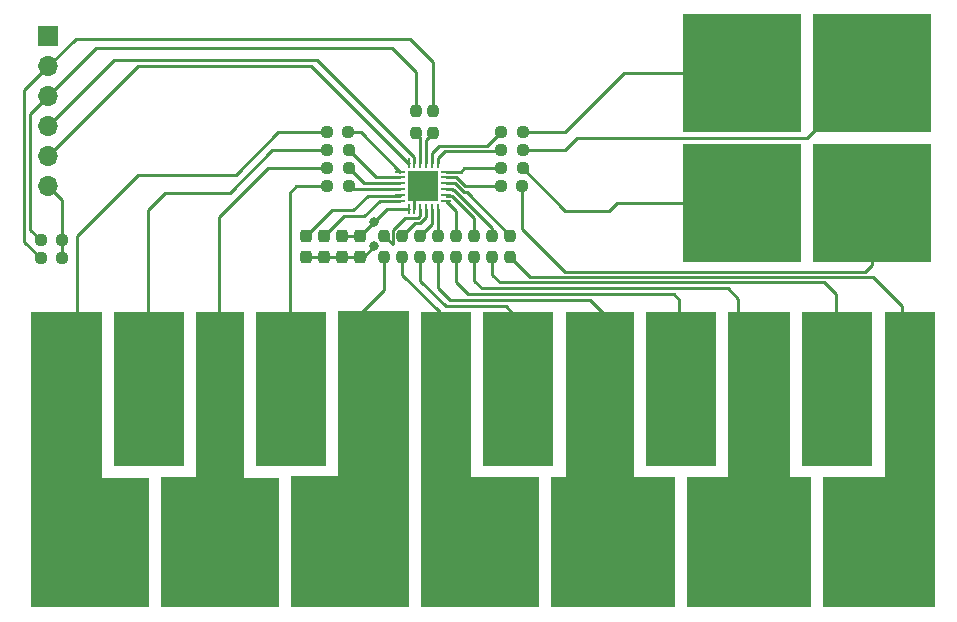
<source format=gtl>
%TF.GenerationSoftware,KiCad,Pcbnew,7.0.5*%
%TF.CreationDate,2025-04-23T02:04:11+08:00*%
%TF.ProjectId,touch-test-board,746f7563-682d-4746-9573-742d626f6172,rev?*%
%TF.SameCoordinates,Original*%
%TF.FileFunction,Copper,L1,Top*%
%TF.FilePolarity,Positive*%
%FSLAX46Y46*%
G04 Gerber Fmt 4.6, Leading zero omitted, Abs format (unit mm)*
G04 Created by KiCad (PCBNEW 7.0.5) date 2025-04-23 02:04:11*
%MOMM*%
%LPD*%
G01*
G04 APERTURE LIST*
G04 Aperture macros list*
%AMRoundRect*
0 Rectangle with rounded corners*
0 $1 Rounding radius*
0 $2 $3 $4 $5 $6 $7 $8 $9 X,Y pos of 4 corners*
0 Add a 4 corners polygon primitive as box body*
4,1,4,$2,$3,$4,$5,$6,$7,$8,$9,$2,$3,0*
0 Add four circle primitives for the rounded corners*
1,1,$1+$1,$2,$3*
1,1,$1+$1,$4,$5*
1,1,$1+$1,$6,$7*
1,1,$1+$1,$8,$9*
0 Add four rect primitives between the rounded corners*
20,1,$1+$1,$2,$3,$4,$5,0*
20,1,$1+$1,$4,$5,$6,$7,0*
20,1,$1+$1,$6,$7,$8,$9,0*
20,1,$1+$1,$8,$9,$2,$3,0*%
%AMFreePoly0*
4,1,7,2.000000,3.000000,6.000000,3.000000,6.000000,-8.000000,-4.000000,-8.000000,-4.000000,17.000000,2.000000,17.000000,2.000000,3.000000,2.000000,3.000000,$1*%
%AMFreePoly1*
4,1,9,2.000000,5.957574,5.000000,5.957574,5.000000,-5.000000,-5.000000,-5.000000,-5.000000,6.000000,-2.000000,6.000000,-2.000000,20.000000,2.000000,20.000000,2.000000,5.957574,2.000000,5.957574,$1*%
%AMFreePoly2*
4,1,7,5.000000,-5.060000,-5.000000,-5.060000,-5.000000,6.000000,-1.000000,6.000000,-1.000000,19.940000,5.000000,19.940000,5.000000,-5.060000,5.000000,-5.060000,$1*%
%AMFreePoly3*
4,1,7,-2.250000,6.000000,3.500000,6.000000,3.500000,-5.000000,-6.500000,-5.000000,-6.500000,20.000000,-2.250000,20.000000,-2.250000,6.000000,-2.250000,6.000000,$1*%
%AMFreePoly4*
4,1,9,2.500000,7.000000,6.000000,7.000000,6.000000,-4.000000,-4.500000,-4.000000,-4.500000,7.000000,-3.250000,7.000000,-3.250000,21.000000,2.500000,21.000000,2.500000,7.000000,2.500000,7.000000,$1*%
%AMFreePoly5*
4,1,9,4.250000,7.000000,6.000000,7.000000,6.000000,-4.000000,-4.500000,-4.000000,-4.500000,7.000000,-1.000000,7.000000,-1.000000,21.000000,4.250000,21.000000,4.250000,7.000000,4.250000,7.000000,$1*%
%AMFreePoly6*
4,1,7,5.000000,-4.000000,-4.500000,-4.000000,-4.500000,7.000000,0.750000,7.000000,0.750000,21.000000,5.000000,21.000000,5.000000,-4.000000,5.000000,-4.000000,$1*%
G04 Aperture macros list end*
%TA.AperFunction,SMDPad,CuDef*%
%ADD10RoundRect,0.237500X0.237500X-0.250000X0.237500X0.250000X-0.237500X0.250000X-0.237500X-0.250000X0*%
%TD*%
%TA.AperFunction,SMDPad,CuDef*%
%ADD11RoundRect,0.237500X-0.237500X0.300000X-0.237500X-0.300000X0.237500X-0.300000X0.237500X0.300000X0*%
%TD*%
%TA.AperFunction,ConnectorPad*%
%ADD12FreePoly0,0.000000*%
%TD*%
%TA.AperFunction,ConnectorPad*%
%ADD13R,6.000000X13.000000*%
%TD*%
%TA.AperFunction,ConnectorPad*%
%ADD14FreePoly1,0.000000*%
%TD*%
%TA.AperFunction,ConnectorPad*%
%ADD15FreePoly2,0.000000*%
%TD*%
%TA.AperFunction,ConnectorPad*%
%ADD16FreePoly3,0.000000*%
%TD*%
%TA.AperFunction,ConnectorPad*%
%ADD17FreePoly4,0.000000*%
%TD*%
%TA.AperFunction,ConnectorPad*%
%ADD18FreePoly5,0.000000*%
%TD*%
%TA.AperFunction,ConnectorPad*%
%ADD19FreePoly6,0.000000*%
%TD*%
%TA.AperFunction,SMDPad,CuDef*%
%ADD20RoundRect,0.237500X-0.250000X-0.237500X0.250000X-0.237500X0.250000X0.237500X-0.250000X0.237500X0*%
%TD*%
%TA.AperFunction,SMDPad,CuDef*%
%ADD21RoundRect,0.237500X0.250000X0.237500X-0.250000X0.237500X-0.250000X-0.237500X0.250000X-0.237500X0*%
%TD*%
%TA.AperFunction,SMDPad,CuDef*%
%ADD22RoundRect,0.062500X-0.350000X-0.062500X0.350000X-0.062500X0.350000X0.062500X-0.350000X0.062500X0*%
%TD*%
%TA.AperFunction,SMDPad,CuDef*%
%ADD23RoundRect,0.062500X-0.062500X-0.350000X0.062500X-0.350000X0.062500X0.350000X-0.062500X0.350000X0*%
%TD*%
%TA.AperFunction,SMDPad,CuDef*%
%ADD24R,2.600000X2.600000*%
%TD*%
%TA.AperFunction,ConnectorPad*%
%ADD25R,10.000000X10.000000*%
%TD*%
%TA.AperFunction,ComponentPad*%
%ADD26R,1.700000X1.700000*%
%TD*%
%TA.AperFunction,ComponentPad*%
%ADD27O,1.700000X1.700000*%
%TD*%
%TA.AperFunction,ViaPad*%
%ADD28C,0.800000*%
%TD*%
%TA.AperFunction,Conductor*%
%ADD29C,0.250000*%
%TD*%
G04 APERTURE END LIST*
D10*
%TO.P,R9,1*%
%TO.N,/CS8*%
X145034000Y-94105500D03*
%TO.P,R9,2*%
%TO.N,Net-(U2-CS8)*%
X145034000Y-92280500D03*
%TD*%
%TO.P,R10,1*%
%TO.N,/CS9*%
X143510000Y-94105500D03*
%TO.P,R10,2*%
%TO.N,Net-(U2-CS9)*%
X143510000Y-92280500D03*
%TD*%
D11*
%TO.P,C3,1*%
%TO.N,VDD*%
X132334000Y-92330500D03*
%TO.P,C3,2*%
%TO.N,GND*%
X132334000Y-94055500D03*
%TD*%
D10*
%TO.P,R18,1*%
%TO.N,Net-(U2-SCL)*%
X137036037Y-83591500D03*
%TO.P,R18,2*%
%TO.N,/SCL*%
X137036037Y-81766500D03*
%TD*%
%TO.P,R13,1*%
%TO.N,/CS12*%
X138938000Y-94105500D03*
%TO.P,R13,2*%
%TO.N,Net-(U2-CS12)*%
X138938000Y-92280500D03*
%TD*%
D12*
%TO.P,J1,1,Pin_1*%
%TO.N,/CS0*%
X108465611Y-115742574D03*
D13*
%TO.P,J1,2,Pin_2*%
%TO.N,/CS1*%
X114465611Y-105242574D03*
D14*
%TO.P,J1,3,Pin_3*%
%TO.N,/CS2*%
X120465611Y-118742574D03*
D13*
%TO.P,J1,4,Pin_4*%
%TO.N,/CS3*%
X126465611Y-105242574D03*
D15*
%TO.P,J1,5,Pin_5*%
%TO.N,/CS15*%
X131465611Y-118682574D03*
D16*
%TO.P,J1,6,Pin_6*%
%TO.N,/CS14*%
X143965611Y-118742574D03*
D13*
%TO.P,J1,7,Pin_7*%
%TO.N,/CS13*%
X145715611Y-105242574D03*
D17*
%TO.P,J1,8,Pin_8*%
%TO.N,/CS12*%
X152965611Y-119742574D03*
D13*
%TO.P,J1,9,Pin_9*%
%TO.N,/CS11*%
X159465611Y-105242574D03*
D18*
%TO.P,J1,10,Pin_10*%
%TO.N,/CS10*%
X164465611Y-119742574D03*
D13*
%TO.P,J1,11,Pin_11*%
%TO.N,/CS9*%
X172715611Y-105242574D03*
D19*
%TO.P,J1,12,Pin_12*%
%TO.N,/CS8*%
X175965611Y-119742574D03*
%TD*%
D20*
%TO.P,R2,1*%
%TO.N,/CS1*%
X129519537Y-85065000D03*
%TO.P,R2,2*%
%TO.N,Net-(U2-CS1)*%
X131344537Y-85065000D03*
%TD*%
%TO.P,R4,1*%
%TO.N,/CS3*%
X129519537Y-88113000D03*
%TO.P,R4,2*%
%TO.N,Net-(U2-CS3)*%
X131344537Y-88113000D03*
%TD*%
D11*
%TO.P,C1,1*%
%TO.N,Net-(U2-VCC)*%
X129286000Y-92330500D03*
%TO.P,C1,2*%
%TO.N,GND*%
X129286000Y-94055500D03*
%TD*%
D21*
%TO.P,R8,1*%
%TO.N,/CS7*%
X146050000Y-88113000D03*
%TO.P,R8,2*%
%TO.N,Net-(U2-CS7)*%
X144225000Y-88113000D03*
%TD*%
%TO.P,R20,1*%
%TO.N,VDD*%
X107090574Y-94209000D03*
%TO.P,R20,2*%
%TO.N,/SDA*%
X105265574Y-94209000D03*
%TD*%
D11*
%TO.P,C2,1*%
%TO.N,Net-(U2-CMOD)*%
X127762000Y-92330500D03*
%TO.P,C2,2*%
%TO.N,GND*%
X127762000Y-94055500D03*
%TD*%
D10*
%TO.P,R17,1*%
%TO.N,Net-(U2-SDA)*%
X138501611Y-83591500D03*
%TO.P,R17,2*%
%TO.N,/SDA*%
X138501611Y-81766500D03*
%TD*%
D21*
%TO.P,R5,1*%
%TO.N,/CS4*%
X146076537Y-83541000D03*
%TO.P,R5,2*%
%TO.N,Net-(U2-CS4)*%
X144251537Y-83541000D03*
%TD*%
D22*
%TO.P,U2,1,CS0*%
%TO.N,Net-(U2-CS0)*%
X135730500Y-86863000D03*
%TO.P,U2,2,CS1*%
%TO.N,Net-(U2-CS1)*%
X135730500Y-87363000D03*
%TO.P,U2,3,CS2*%
%TO.N,Net-(U2-CS2)*%
X135730500Y-87863000D03*
%TO.P,U2,4,CS3*%
%TO.N,Net-(U2-CS3)*%
X135730500Y-88363000D03*
%TO.P,U2,5,CMOD*%
%TO.N,Net-(U2-CMOD)*%
X135730500Y-88863000D03*
%TO.P,U2,6,VCC*%
%TO.N,Net-(U2-VCC)*%
X135730500Y-89363000D03*
D23*
%TO.P,U2,7,VDD*%
%TO.N,VDD*%
X136418000Y-90050500D03*
%TO.P,U2,8,VSS*%
%TO.N,GND*%
X136918000Y-90050500D03*
%TO.P,U2,9,CS15*%
%TO.N,Net-(U2-CS15)*%
X137418000Y-90050500D03*
%TO.P,U2,10,CS14*%
%TO.N,Net-(U2-CS14)*%
X137918000Y-90050500D03*
%TO.P,U2,11,CS13*%
%TO.N,Net-(U2-CS13)*%
X138418000Y-90050500D03*
%TO.P,U2,12,CS12*%
%TO.N,Net-(U2-CS12)*%
X138918000Y-90050500D03*
D22*
%TO.P,U2,13,CS11*%
%TO.N,Net-(U2-CS11)*%
X139605500Y-89363000D03*
%TO.P,U2,14,CS10*%
%TO.N,Net-(U2-CS10)*%
X139605500Y-88863000D03*
%TO.P,U2,15,CS9*%
%TO.N,Net-(U2-CS9)*%
X139605500Y-88363000D03*
%TO.P,U2,16,CS8*%
%TO.N,Net-(U2-CS8)*%
X139605500Y-87863000D03*
%TO.P,U2,17,CS7*%
%TO.N,Net-(U2-CS7)*%
X139605500Y-87363000D03*
%TO.P,U2,18,CS6*%
%TO.N,Net-(U2-CS6)*%
X139605500Y-86863000D03*
D23*
%TO.P,U2,19,CS5*%
%TO.N,Net-(U2-CS5)*%
X138918000Y-86175500D03*
%TO.P,U2,20,CS4*%
%TO.N,Net-(U2-CS4)*%
X138418000Y-86175500D03*
%TO.P,U2,21,SDA*%
%TO.N,Net-(U2-SDA)*%
X137918000Y-86175500D03*
%TO.P,U2,22,SCL*%
%TO.N,Net-(U2-SCL)*%
X137418000Y-86175500D03*
%TO.P,U2,23,~{HI}*%
%TO.N,/HI_N*%
X136918000Y-86175500D03*
%TO.P,U2,24,~{XRES}*%
%TO.N,/RST_N*%
X136418000Y-86175500D03*
D24*
%TO.P,U2,25,EP*%
%TO.N,GND*%
X137668000Y-88113000D03*
%TD*%
D21*
%TO.P,R7,1*%
%TO.N,/CS6*%
X146076537Y-86589000D03*
%TO.P,R7,2*%
%TO.N,Net-(U2-CS6)*%
X144251537Y-86589000D03*
%TD*%
D10*
%TO.P,R14,1*%
%TO.N,/CS13*%
X137414000Y-94105500D03*
%TO.P,R14,2*%
%TO.N,Net-(U2-CS13)*%
X137414000Y-92280500D03*
%TD*%
%TO.P,R16,1*%
%TO.N,/CS15*%
X134366000Y-94105500D03*
%TO.P,R16,2*%
%TO.N,Net-(U2-CS15)*%
X134366000Y-92280500D03*
%TD*%
D20*
%TO.P,R1,1*%
%TO.N,/CS0*%
X129493000Y-83541000D03*
%TO.P,R1,2*%
%TO.N,Net-(U2-CS0)*%
X131318000Y-83541000D03*
%TD*%
D10*
%TO.P,R11,1*%
%TO.N,/CS10*%
X141986000Y-94105500D03*
%TO.P,R11,2*%
%TO.N,Net-(U2-CS10)*%
X141986000Y-92280500D03*
%TD*%
D11*
%TO.P,C4,1*%
%TO.N,VDD*%
X130810000Y-92330500D03*
%TO.P,C4,2*%
%TO.N,GND*%
X130810000Y-94055500D03*
%TD*%
D25*
%TO.P,J2,1,Pin_1*%
%TO.N,/CS4*%
X164643648Y-78535000D03*
%TO.P,J2,2,Pin_2*%
%TO.N,/CS5*%
X175643648Y-78535000D03*
%TO.P,J2,3,Pin_3*%
%TO.N,/CS6*%
X164643648Y-89535000D03*
%TO.P,J2,4,Pin_4*%
%TO.N,/CS7*%
X175643648Y-89535000D03*
%TD*%
D10*
%TO.P,R15,1*%
%TO.N,/CS14*%
X135890000Y-94105500D03*
%TO.P,R15,2*%
%TO.N,Net-(U2-CS14)*%
X135890000Y-92280500D03*
%TD*%
D21*
%TO.P,R6,1*%
%TO.N,/CS5*%
X146076537Y-85065000D03*
%TO.P,R6,2*%
%TO.N,Net-(U2-CS5)*%
X144251537Y-85065000D03*
%TD*%
%TO.P,R19,1*%
%TO.N,VDD*%
X107090574Y-92685000D03*
%TO.P,R19,2*%
%TO.N,/SCL*%
X105265574Y-92685000D03*
%TD*%
D20*
%TO.P,R3,1*%
%TO.N,/CS2*%
X129519537Y-86589000D03*
%TO.P,R3,2*%
%TO.N,Net-(U2-CS2)*%
X131344537Y-86589000D03*
%TD*%
D10*
%TO.P,R12,1*%
%TO.N,/CS11*%
X140462000Y-94105500D03*
%TO.P,R12,2*%
%TO.N,Net-(U2-CS11)*%
X140462000Y-92280500D03*
%TD*%
D26*
%TO.P,J3,1,Pin_1*%
%TO.N,GND*%
X105918000Y-75413000D03*
D27*
%TO.P,J3,2,Pin_2*%
%TO.N,/SDA*%
X105918000Y-77953000D03*
%TO.P,J3,3,Pin_3*%
%TO.N,/SCL*%
X105918000Y-80493000D03*
%TO.P,J3,4,Pin_4*%
%TO.N,/HI_N*%
X105918000Y-83033000D03*
%TO.P,J3,5,Pin_5*%
%TO.N,/RST_N*%
X105918000Y-85573000D03*
%TO.P,J3,6,Pin_6*%
%TO.N,VDD*%
X105918000Y-88113000D03*
%TD*%
D28*
%TO.N,GND*%
X133480037Y-93193000D03*
X137544037Y-88113000D03*
%TO.N,VDD*%
X133491769Y-91172732D03*
%TD*%
D29*
%TO.N,Net-(U2-VCC)*%
X130951769Y-90664732D02*
X132686305Y-90664732D01*
X132686305Y-90664732D02*
X133988037Y-89363000D01*
X133988037Y-89363000D02*
X135730500Y-89363000D01*
X129286000Y-92330500D02*
X130951769Y-90664732D01*
%TO.N,GND*%
X132334000Y-94055500D02*
X132617537Y-94055500D01*
X136918000Y-90050500D02*
X136918000Y-88863000D01*
X132617537Y-94055500D02*
X133480037Y-93193000D01*
X127762000Y-94055500D02*
X132487500Y-94055500D01*
X136918000Y-88863000D02*
X137668000Y-88113000D01*
X137668000Y-88113000D02*
X137544037Y-88113000D01*
%TO.N,Net-(U2-CMOD)*%
X129935769Y-90156732D02*
X131728305Y-90156732D01*
X135680500Y-88913000D02*
X135730500Y-88863000D01*
X132972037Y-88913000D02*
X135680500Y-88913000D01*
X127762000Y-92330500D02*
X129935769Y-90156732D01*
X131728305Y-90156732D02*
X132972037Y-88913000D01*
%TO.N,/SCL*%
X137036037Y-81766500D02*
X137036037Y-78461000D01*
X137036037Y-78461000D02*
X135004037Y-76429000D01*
X105265574Y-92685000D02*
X104394000Y-91813426D01*
X135004037Y-76429000D02*
X109982000Y-76429000D01*
X109982000Y-76429000D02*
X105918000Y-80493000D01*
X104394000Y-91813426D02*
X104394000Y-82017000D01*
X104394000Y-82017000D02*
X105918000Y-80493000D01*
%TO.N,/HI_N*%
X128695611Y-77445000D02*
X136918000Y-85667389D01*
X136918000Y-85667389D02*
X136918000Y-86175500D01*
X111506000Y-77445000D02*
X128695611Y-77445000D01*
X105918000Y-83033000D02*
X111506000Y-77445000D01*
%TO.N,/RST_N*%
X128187611Y-77953000D02*
X136410111Y-86175500D01*
X105918000Y-85573000D02*
X113538000Y-77953000D01*
X136410111Y-86175500D02*
X136418000Y-86175500D01*
X113538000Y-77953000D02*
X128187611Y-77953000D01*
%TO.N,Net-(U2-CS0)*%
X131318000Y-83541000D02*
X132408500Y-83541000D01*
X132408500Y-83541000D02*
X135730500Y-86863000D01*
%TO.N,Net-(U2-CS1)*%
X131344537Y-85065000D02*
X133642537Y-87363000D01*
X133642537Y-87363000D02*
X135730500Y-87363000D01*
%TO.N,Net-(U2-CS2)*%
X131344537Y-86589000D02*
X132618537Y-87863000D01*
X132618537Y-87863000D02*
X135730500Y-87863000D01*
%TO.N,Net-(U2-CS3)*%
X131344537Y-88113000D02*
X131594537Y-88363000D01*
X131594537Y-88363000D02*
X135730500Y-88363000D01*
%TO.N,Net-(U2-CS4)*%
X139009611Y-84711000D02*
X138418000Y-85302611D01*
X143081537Y-84711000D02*
X139009611Y-84711000D01*
X138418000Y-85302611D02*
X138418000Y-86175500D01*
X144251537Y-83541000D02*
X143081537Y-84711000D01*
%TO.N,Net-(U2-CS5)*%
X144251537Y-85065000D02*
X144155537Y-85161000D01*
X144155537Y-85161000D02*
X139480037Y-85161000D01*
X139480037Y-85161000D02*
X138918000Y-85723037D01*
X138918000Y-85723037D02*
X138918000Y-86175500D01*
%TO.N,Net-(U2-CS6)*%
X141100037Y-86589000D02*
X140826037Y-86863000D01*
X144251537Y-86589000D02*
X141100037Y-86589000D01*
X140826037Y-86863000D02*
X139605500Y-86863000D01*
%TO.N,Net-(U2-CS7)*%
X140475196Y-87363000D02*
X139605500Y-87363000D01*
X144225000Y-88113000D02*
X141225196Y-88113000D01*
X141225196Y-88113000D02*
X140475196Y-87363000D01*
%TO.N,Net-(U2-CS8)*%
X145034000Y-92280500D02*
X141382987Y-88629487D01*
X141105287Y-88629487D02*
X140338800Y-87863000D01*
X141382987Y-88629487D02*
X141105287Y-88629487D01*
X140338800Y-87863000D02*
X139605500Y-87863000D01*
%TO.N,Net-(U2-CS9)*%
X140302404Y-88463000D02*
X140166008Y-88463000D01*
X143510000Y-91670596D02*
X140302404Y-88463000D01*
X140166008Y-88463000D02*
X140066008Y-88363000D01*
X143510000Y-92280500D02*
X143510000Y-91670596D01*
X140066008Y-88363000D02*
X139605500Y-88363000D01*
%TO.N,Net-(U2-CS10)*%
X141986000Y-90782992D02*
X140116008Y-88913000D01*
X141986000Y-92280500D02*
X141986000Y-90782992D01*
X139655500Y-88913000D02*
X139605500Y-88863000D01*
X140116008Y-88913000D02*
X139655500Y-88913000D01*
%TO.N,Net-(U2-CS11)*%
X140462000Y-90219500D02*
X139605500Y-89363000D01*
X140462000Y-92280500D02*
X140462000Y-90219500D01*
%TO.N,Net-(U2-CS12)*%
X138938000Y-92280500D02*
X138938000Y-90070500D01*
X138938000Y-90070500D02*
X138918000Y-90050500D01*
%TO.N,Net-(U2-CS13)*%
X137414000Y-92280500D02*
X138418000Y-91276500D01*
X138418000Y-91276500D02*
X138418000Y-90050500D01*
%TO.N,Net-(U2-CS14)*%
X137918000Y-90747404D02*
X137918000Y-90050500D01*
X135890000Y-92280500D02*
X136932500Y-91238000D01*
X136932500Y-91238000D02*
X137427404Y-91238000D01*
X137427404Y-91238000D02*
X137918000Y-90747404D01*
%TO.N,Net-(U2-CS15)*%
X135090000Y-91797505D02*
X136099505Y-90788000D01*
X137241008Y-90788000D02*
X137418000Y-90611008D01*
X135090000Y-93004500D02*
X135090000Y-91797505D01*
X137418000Y-90611008D02*
X137418000Y-90050500D01*
X134366000Y-92280500D02*
X135090000Y-93004500D01*
X136099505Y-90788000D02*
X137241008Y-90788000D01*
%TO.N,/CS12*%
X152854074Y-119631037D02*
X152854074Y-98851037D01*
X138938000Y-96749000D02*
X138938000Y-94105500D01*
X152965611Y-119742574D02*
X152854074Y-119631037D01*
X139954000Y-97765000D02*
X138938000Y-96749000D01*
X152854074Y-98851037D02*
X151768037Y-97765000D01*
X151768037Y-97765000D02*
X139954000Y-97765000D01*
%TO.N,/CS13*%
X145715611Y-105242574D02*
X145604074Y-105131037D01*
X139576037Y-98273000D02*
X137414000Y-96110963D01*
X137414000Y-96110963D02*
X137414000Y-94105500D01*
X145604074Y-105131037D02*
X145604074Y-99221037D01*
X145604074Y-99221037D02*
X144656037Y-98273000D01*
X144656037Y-98273000D02*
X139576037Y-98273000D01*
%TO.N,/CS14*%
X139065000Y-98777963D02*
X135890000Y-95602963D01*
X139859648Y-118742574D02*
X139065000Y-117947926D01*
X135890000Y-95602963D02*
X135890000Y-94105500D01*
X143965611Y-118742574D02*
X139859648Y-118742574D01*
X139065000Y-117947926D02*
X139065000Y-98777963D01*
%TO.N,/CS15*%
X132334000Y-117814185D02*
X131465611Y-118682574D01*
X134366000Y-94105500D02*
X134366000Y-96879037D01*
X132334000Y-98911037D02*
X132334000Y-117814185D01*
X134366000Y-96879037D02*
X132334000Y-98911037D01*
%TO.N,/CS3*%
X126876037Y-88113000D02*
X126354074Y-88634963D01*
X129519537Y-88113000D02*
X126876037Y-88113000D01*
X126354074Y-105131037D02*
X126465611Y-105242574D01*
X126354074Y-88634963D02*
X126354074Y-105131037D01*
%TO.N,/CS2*%
X129519537Y-86589000D02*
X124485000Y-86589000D01*
X120354074Y-90719926D02*
X120354074Y-118631037D01*
X120354074Y-118631037D02*
X120465611Y-118742574D01*
X124485000Y-86589000D02*
X120354074Y-90719926D01*
%TO.N,/CS1*%
X114465611Y-105242574D02*
X114354074Y-105131037D01*
X115824000Y-88646000D02*
X121263037Y-88646000D01*
X124844037Y-85065000D02*
X129519537Y-85065000D01*
X114354074Y-105131037D02*
X114354074Y-90115926D01*
X121263037Y-88646000D02*
X124844037Y-85065000D01*
X114354074Y-90115926D02*
X115824000Y-88646000D01*
%TO.N,/CS0*%
X125352037Y-83541000D02*
X129493000Y-83541000D01*
X108465611Y-115742574D02*
X108354074Y-115631037D01*
X108354074Y-115631037D02*
X108354074Y-92305926D01*
X108354074Y-92305926D02*
X113538000Y-87122000D01*
X121771037Y-87122000D02*
X125352037Y-83541000D01*
X113538000Y-87122000D02*
X121771037Y-87122000D01*
%TO.N,/CS4*%
X149631000Y-83541000D02*
X154637000Y-78535000D01*
X146076537Y-83541000D02*
X149631000Y-83541000D01*
X154637000Y-78535000D02*
X164643648Y-78535000D01*
%TO.N,/CS5*%
X175643648Y-78535000D02*
X170157861Y-84020787D01*
X170157861Y-84020787D02*
X150675213Y-84020787D01*
X150675213Y-84020787D02*
X149631000Y-85065000D01*
X149631000Y-85065000D02*
X146076537Y-85065000D01*
%TO.N,/CS6*%
X153422074Y-90170000D02*
X149657537Y-90170000D01*
X164643648Y-89535000D02*
X154057074Y-89535000D01*
X149657537Y-90170000D02*
X146076537Y-86589000D01*
X154057074Y-89535000D02*
X153422074Y-90170000D01*
%TO.N,/CS7*%
X146050000Y-91694000D02*
X149697000Y-95341000D01*
X175643648Y-94785000D02*
X175643648Y-89535000D01*
X175087648Y-95341000D02*
X175643648Y-94785000D01*
X146050000Y-88113000D02*
X146050000Y-91694000D01*
X149697000Y-95341000D02*
X175087648Y-95341000D01*
%TO.N,/CS8*%
X146719500Y-95791000D02*
X175702037Y-95791000D01*
X145034000Y-94105500D02*
X146719500Y-95791000D01*
X175702037Y-95791000D02*
X178184037Y-98273000D01*
X178184037Y-117524148D02*
X175965611Y-119742574D01*
X178184037Y-98273000D02*
X178184037Y-117524148D01*
%TO.N,/CS9*%
X143510000Y-95602963D02*
X143510000Y-94105500D01*
X171580037Y-96241000D02*
X144148037Y-96241000D01*
X144148037Y-96241000D02*
X143510000Y-95602963D01*
X172715611Y-105242574D02*
X172604074Y-105131037D01*
X172604074Y-97265037D02*
X171580037Y-96241000D01*
X172604074Y-105131037D02*
X172604074Y-97265037D01*
%TO.N,/CS10*%
X163452037Y-96749000D02*
X142624037Y-96749000D01*
X141986000Y-96110963D02*
X141986000Y-94105500D01*
X164465611Y-119742574D02*
X164354074Y-119631037D01*
X164354074Y-97651037D02*
X163452037Y-96749000D01*
X164354074Y-119631037D02*
X164354074Y-97651037D01*
X142624037Y-96749000D02*
X141986000Y-96110963D01*
%TO.N,/CS11*%
X158880037Y-97257000D02*
X141478000Y-97257000D01*
X159354074Y-97731037D02*
X158880037Y-97257000D01*
X140462000Y-96241000D02*
X140462000Y-94105500D01*
X159465611Y-105242574D02*
X159354074Y-105131037D01*
X141478000Y-97257000D02*
X140462000Y-96241000D01*
X159354074Y-105131037D02*
X159354074Y-97731037D01*
%TO.N,Net-(U2-SDA)*%
X137918000Y-84175111D02*
X137918000Y-86175500D01*
X138501611Y-83591500D02*
X137918000Y-84175111D01*
%TO.N,Net-(U2-SCL)*%
X137414000Y-83969463D02*
X137036037Y-83591500D01*
X137414000Y-86171500D02*
X137414000Y-83969463D01*
X137418000Y-86175500D02*
X137414000Y-86171500D01*
%TO.N,VDD*%
X134614000Y-90050500D02*
X136418000Y-90050500D01*
X107090574Y-94209000D02*
X107090574Y-89285574D01*
X107090574Y-89285574D02*
X105918000Y-88113000D01*
X133491769Y-91172732D02*
X134614000Y-90050500D01*
X132334000Y-92330500D02*
X130810000Y-92330500D01*
X107090574Y-94209000D02*
X107090574Y-92685000D01*
X132334000Y-92330500D02*
X132334001Y-92330500D01*
X132334001Y-92330500D02*
X133491769Y-91172732D01*
%TO.N,/SDA*%
X138501611Y-81766500D02*
X138501611Y-77601343D01*
X103886000Y-92829426D02*
X103886000Y-79985000D01*
X136509268Y-75609000D02*
X108262000Y-75609000D01*
X138501611Y-77601343D02*
X136509268Y-75609000D01*
X103886000Y-79985000D02*
X105918000Y-77953000D01*
X105265574Y-94209000D02*
X103886000Y-92829426D01*
X108262000Y-75609000D02*
X105918000Y-77953000D01*
%TD*%
M02*

</source>
